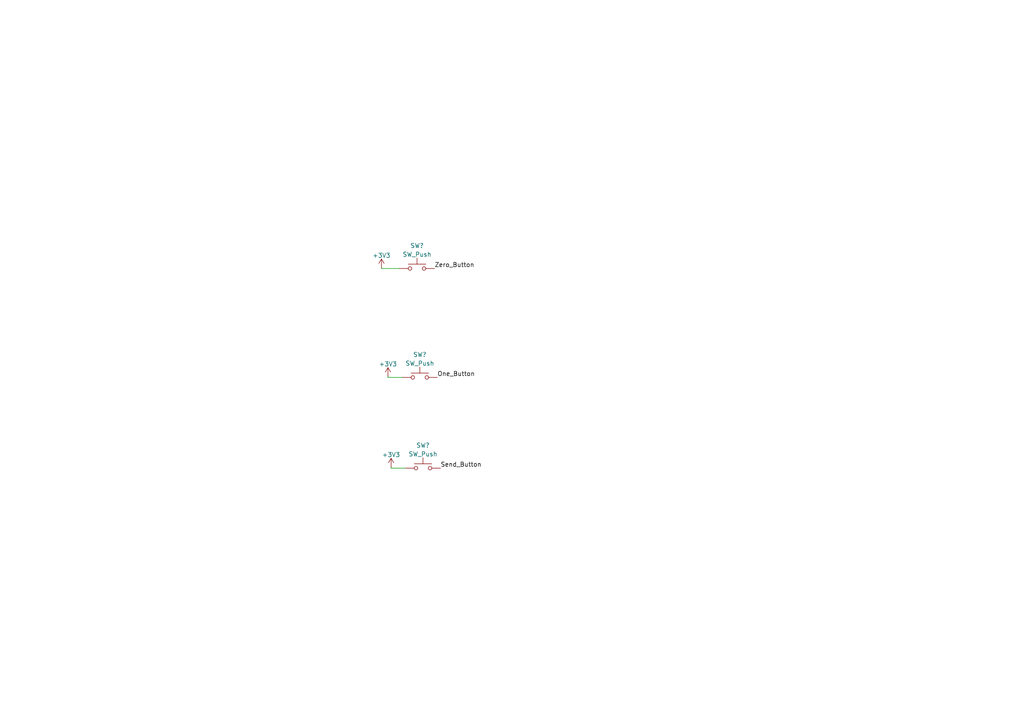
<source format=kicad_sch>
(kicad_sch (version 20211123) (generator eeschema)
  (paper "A4")
  (lib_symbols
    (symbol "Switch:SW_Push" (pin_numbers hide) (pin_names (offset 1.016) hide)
      (property "Reference" "SW" (at 1.27 2.54 0))
      (property "Value" "SW_Push" (at 0 -1.524 0))
      (symbol "SW_Push_0_1"
        (circle (center -2.032 0) (radius 0.508))
        (polyline (pts (xy 0 1.27) (xy 0 3.048)))
        (polyline (pts (xy 2.54 1.27) (xy -2.54 1.27)))
        (circle (center 2.032 0) (radius 0.508))
        (pin passive line (at -5.08 0 0) (length 2.54) (name "1") (number "1"))
        (pin passive line (at 5.08 0 180) (length 2.54) (name "2") (number "2"))
      )
    )
    (symbol "power:+3V3" (power) (pin_names (offset 0))
      (property "Value" "+3V3" (at 0 3.556 0))
      (symbol "+3V3_0_1"
        (polyline (pts (xy -0.762 1.27) (xy 0 2.54)))
        (polyline (pts (xy 0 0) (xy 0 2.54)))
        (polyline (pts (xy 0 2.54) (xy 0.762 1.27)))
      )
      (symbol "+3V3_1_1"
        (pin power_in line (at 0 0 90) (length 0) hide (name "+3V3") (number "1"))
      )
    )
  )
  (wire (pts (xy 110.6424 77.6732) (xy 110.6424 77.8764)))
  (wire (pts (xy 116.6876 109.474) (xy 112.522 109.474)))
  (wire (pts (xy 113.4364 135.7884) (xy 113.4364 135.4836)))
  (wire (pts (xy 117.602 135.7884) (xy 113.4364 135.7884)))
  (wire (pts (xy 112.522 109.474) (xy 112.522 109.1692)))
  (wire (pts (xy 110.6424 77.8764) (xy 115.8748 77.8764)))
  (label "Send_Button" (at 127.762 135.7884 0))
  (label "Zero_Button" (at 126.0348 77.8764 0))
  (label "One_Button" (at 126.8476 109.474 0))
  (symbol (lib_id "Switch:SW_Push") (at 120.9548 77.8764 0) (unit 1)
    (property "Reference" "SW?" (at 120.9548 71.2556 0))
    (property "Value" "SW_Push" (at 120.9548 73.7925 0))
  )
  (symbol (lib_id "power:+3V3") (at 110.6424 77.6732 0) (unit 1)
    (property "Reference" "#PWR?" (effects hide))
    (property "Value" "+3V3" (at 110.6424 74.0974 0))
  )
  (symbol (lib_id "power:+3V3") (at 112.522 109.1692 0) (unit 1)
    (property "Reference" "#PWR?" (effects hide))
    (property "Value" "+3V3" (at 112.522 105.5934 0))
  )
  (symbol (lib_id "Switch:SW_Push") (at 122.682 135.7884 0) (unit 1)
    (property "Reference" "SW?" (at 122.682 129.1676 0))
    (property "Value" "SW_Push" (at 122.682 131.7045 0))
  )
  (symbol (lib_id "Switch:SW_Push") (at 121.7676 109.474 0) (unit 1)
    (property "Reference" "SW?" (at 121.7676 102.8532 0))
    (property "Value" "SW_Push" (at 121.7676 105.3901 0))
  )
  (symbol (lib_id "power:+3V3") (at 113.4364 135.4836 0) (unit 1)
    (property "Reference" "#PWR?" (effects hide))
    (property "Value" "+3V3" (at 113.4364 131.9078 0))
  )
)
</source>
